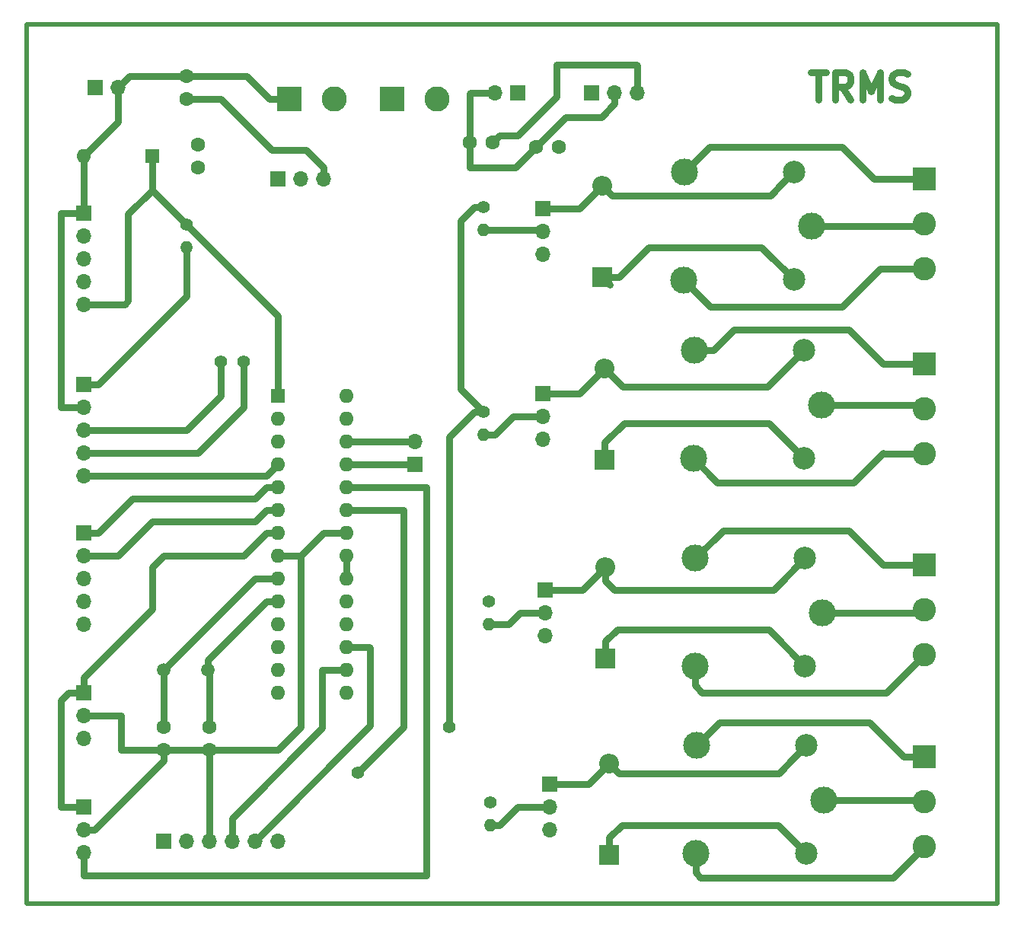
<source format=gbr>
G04 #@! TF.GenerationSoftware,KiCad,Pcbnew,(5.0.0)*
G04 #@! TF.CreationDate,2019-01-04T13:23:02+05:30*
G04 #@! TF.ProjectId,new,6E65772E6B696361645F706362000000,rev?*
G04 #@! TF.SameCoordinates,Original*
G04 #@! TF.FileFunction,Copper,L1,Top,Signal*
G04 #@! TF.FilePolarity,Positive*
%FSLAX46Y46*%
G04 Gerber Fmt 4.6, Leading zero omitted, Abs format (unit mm)*
G04 Created by KiCad (PCBNEW (5.0.0)) date 01/04/19 13:23:02*
%MOMM*%
%LPD*%
G01*
G04 APERTURE LIST*
G04 #@! TA.AperFunction,NonConductor*
%ADD10C,0.750000*%
G04 #@! TD*
G04 #@! TA.AperFunction,ComponentPad*
%ADD11C,2.800000*%
G04 #@! TD*
G04 #@! TA.AperFunction,ComponentPad*
%ADD12R,2.800000X2.800000*%
G04 #@! TD*
G04 #@! TA.AperFunction,ComponentPad*
%ADD13O,1.700000X1.700000*%
G04 #@! TD*
G04 #@! TA.AperFunction,ComponentPad*
%ADD14R,1.700000X1.700000*%
G04 #@! TD*
G04 #@! TA.AperFunction,ComponentPad*
%ADD15C,1.600000*%
G04 #@! TD*
G04 #@! TA.AperFunction,ComponentPad*
%ADD16C,1.400000*%
G04 #@! TD*
G04 #@! TA.AperFunction,ComponentPad*
%ADD17O,1.400000X1.400000*%
G04 #@! TD*
G04 #@! TA.AperFunction,ComponentPad*
%ADD18R,1.600000X1.600000*%
G04 #@! TD*
G04 #@! TA.AperFunction,ComponentPad*
%ADD19O,1.600000X1.600000*%
G04 #@! TD*
G04 #@! TA.AperFunction,ComponentPad*
%ADD20C,1.500000*%
G04 #@! TD*
G04 #@! TA.AperFunction,ComponentPad*
%ADD21O,2.200000X2.200000*%
G04 #@! TD*
G04 #@! TA.AperFunction,ComponentPad*
%ADD22R,2.200000X2.200000*%
G04 #@! TD*
G04 #@! TA.AperFunction,ComponentPad*
%ADD23C,2.600000*%
G04 #@! TD*
G04 #@! TA.AperFunction,ComponentPad*
%ADD24R,2.600000X2.600000*%
G04 #@! TD*
G04 #@! TA.AperFunction,ComponentPad*
%ADD25C,3.000000*%
G04 #@! TD*
G04 #@! TA.AperFunction,ComponentPad*
%ADD26C,2.500000*%
G04 #@! TD*
G04 #@! TA.AperFunction,ViaPad*
%ADD27C,1.400000*%
G04 #@! TD*
G04 #@! TA.AperFunction,Conductor*
%ADD28C,0.500000*%
G04 #@! TD*
G04 #@! TA.AperFunction,Conductor*
%ADD29C,0.800000*%
G04 #@! TD*
G04 APERTURE END LIST*
D10*
X163410000Y-41537142D02*
X165124285Y-41537142D01*
X164267142Y-44537142D02*
X164267142Y-41537142D01*
X167838571Y-44537142D02*
X166838571Y-43108571D01*
X166124285Y-44537142D02*
X166124285Y-41537142D01*
X167267142Y-41537142D01*
X167552857Y-41680000D01*
X167695714Y-41822857D01*
X167838571Y-42108571D01*
X167838571Y-42537142D01*
X167695714Y-42822857D01*
X167552857Y-42965714D01*
X167267142Y-43108571D01*
X166124285Y-43108571D01*
X169124285Y-44537142D02*
X169124285Y-41537142D01*
X170124285Y-43680000D01*
X171124285Y-41537142D01*
X171124285Y-44537142D01*
X172410000Y-44394285D02*
X172838571Y-44537142D01*
X173552857Y-44537142D01*
X173838571Y-44394285D01*
X173981428Y-44251428D01*
X174124285Y-43965714D01*
X174124285Y-43680000D01*
X173981428Y-43394285D01*
X173838571Y-43251428D01*
X173552857Y-43108571D01*
X172981428Y-42965714D01*
X172695714Y-42822857D01*
X172552857Y-42680000D01*
X172410000Y-42394285D01*
X172410000Y-42108571D01*
X172552857Y-41822857D01*
X172695714Y-41680000D01*
X172981428Y-41537142D01*
X173695714Y-41537142D01*
X174124285Y-41680000D01*
D11*
G04 #@! TO.P,ESC1,2*
G04 #@! TO.N,Net-(J3-Pad2)*
X121840000Y-44450000D03*
D12*
G04 #@! TO.P,ESC1,1*
G04 #@! TO.N,GND*
X116840000Y-44450000D03*
G04 #@! TD*
D11*
G04 #@! TO.P,ESC2,2*
G04 #@! TO.N,Net-(J4-Pad2)*
X110410000Y-44450000D03*
D12*
G04 #@! TO.P,ESC2,1*
G04 #@! TO.N,GND*
X105410000Y-44450000D03*
G04 #@! TD*
D13*
G04 #@! TO.P,Q4,3*
G04 #@! TO.N,Net-(BT2-Pad2)*
X134366000Y-125730000D03*
G04 #@! TO.P,Q4,2*
G04 #@! TO.N,Net-(Q4-Pad2)*
X134366000Y-123190000D03*
D14*
G04 #@! TO.P,Q4,1*
G04 #@! TO.N,Net-(D4-Pad2)*
X134366000Y-120650000D03*
G04 #@! TD*
D13*
G04 #@! TO.P,Q3,3*
G04 #@! TO.N,Net-(BT2-Pad2)*
X133858000Y-104140000D03*
G04 #@! TO.P,Q3,2*
G04 #@! TO.N,Net-(Q3-Pad2)*
X133858000Y-101600000D03*
D14*
G04 #@! TO.P,Q3,1*
G04 #@! TO.N,Net-(D3-Pad2)*
X133858000Y-99060000D03*
G04 #@! TD*
D13*
G04 #@! TO.P,Q2,3*
G04 #@! TO.N,Net-(BT2-Pad2)*
X133604000Y-82296000D03*
G04 #@! TO.P,Q2,2*
G04 #@! TO.N,Net-(Q2-Pad2)*
X133604000Y-79756000D03*
D14*
G04 #@! TO.P,Q2,1*
G04 #@! TO.N,Net-(D2-Pad2)*
X133604000Y-77216000D03*
G04 #@! TD*
D13*
G04 #@! TO.P,Q1,3*
G04 #@! TO.N,Net-(BT2-Pad2)*
X133604000Y-61722000D03*
G04 #@! TO.P,Q1,2*
G04 #@! TO.N,Net-(Q1-Pad2)*
X133604000Y-59182000D03*
D14*
G04 #@! TO.P,Q1,1*
G04 #@! TO.N,Net-(D1-Pad2)*
X133604000Y-56642000D03*
G04 #@! TD*
D13*
G04 #@! TO.P,VR2,3*
G04 #@! TO.N,Net-(C2.1-Pad1)*
X144145000Y-43815000D03*
G04 #@! TO.P,VR2,2*
G04 #@! TO.N,Net-(BT2-Pad2)*
X141605000Y-43815000D03*
D14*
G04 #@! TO.P,VR2,1*
G04 #@! TO.N,Net-(BT2-Pad1)*
X139065000Y-43815000D03*
G04 #@! TD*
D13*
G04 #@! TO.P,VR1,3*
G04 #@! TO.N,Net-(.1-Pad2)*
X109220000Y-53340000D03*
G04 #@! TO.P,VR1,2*
G04 #@! TO.N,GND*
X106680000Y-53340000D03*
D14*
G04 #@! TO.P,VR1,1*
G04 #@! TO.N,Net-(BT1-Pad1)*
X104140000Y-53340000D03*
G04 #@! TD*
D13*
G04 #@! TO.P,RPM1,3*
G04 #@! TO.N,Net-(J1-Pad3)*
X82550000Y-115570000D03*
G04 #@! TO.P,RPM1,2*
G04 #@! TO.N,GND*
X82550000Y-113030000D03*
D14*
G04 #@! TO.P,RPM1,1*
G04 #@! TO.N,Net-(.1-Pad2)*
X82550000Y-110490000D03*
G04 #@! TD*
D13*
G04 #@! TO.P,PortC1,2*
G04 #@! TO.N,Net-(PortC1-Pad2)*
X119380000Y-82550000D03*
D14*
G04 #@! TO.P,PortC1,1*
G04 #@! TO.N,Net-(PortC1-Pad1)*
X119380000Y-85090000D03*
G04 #@! TD*
D13*
G04 #@! TO.P,PortD1,5*
G04 #@! TO.N,Net-(PortD1-Pad5)*
X82550000Y-102870000D03*
G04 #@! TO.P,PortD1,4*
G04 #@! TO.N,Net-(PortD1-Pad4)*
X82550000Y-100330000D03*
G04 #@! TO.P,PortD1,3*
G04 #@! TO.N,Net-(PortD1-Pad3)*
X82550000Y-97790000D03*
G04 #@! TO.P,PortD1,2*
G04 #@! TO.N,Net-(PortD1-Pad2)*
X82550000Y-95250000D03*
D14*
G04 #@! TO.P,PortD1,1*
G04 #@! TO.N,Net-(PortD1-Pad1)*
X82550000Y-92710000D03*
G04 #@! TD*
D13*
G04 #@! TO.P,BLUETOOTH,6*
G04 #@! TO.N,Net-(J6-Pad6)*
X104140000Y-127000000D03*
G04 #@! TO.P,BLUETOOTH,5*
G04 #@! TO.N,Net-(J6-Pad5)*
X101600000Y-127000000D03*
G04 #@! TO.P,BLUETOOTH,4*
G04 #@! TO.N,Net-(J6-Pad4)*
X99060000Y-127000000D03*
G04 #@! TO.P,BLUETOOTH,3*
G04 #@! TO.N,GND*
X96520000Y-127000000D03*
G04 #@! TO.P,BLUETOOTH,2*
G04 #@! TO.N,Net-(.1-Pad2)*
X93980000Y-127000000D03*
D14*
G04 #@! TO.P,BLUETOOTH,1*
G04 #@! TO.N,Net-(J6-Pad1)*
X91440000Y-127000000D03*
G04 #@! TD*
D13*
G04 #@! TO.P,RPM2,3*
G04 #@! TO.N,Net-(J2-Pad3)*
X82550000Y-128270000D03*
G04 #@! TO.P,RPM2,2*
G04 #@! TO.N,GND*
X82550000Y-125730000D03*
D14*
G04 #@! TO.P,RPM2,1*
G04 #@! TO.N,Net-(.1-Pad2)*
X82550000Y-123190000D03*
G04 #@! TD*
D13*
G04 #@! TO.P,MPU6050,5*
G04 #@! TO.N,Net-(MPU6050-Pad5)*
X82550000Y-86360000D03*
G04 #@! TO.P,MPU6050,4*
G04 #@! TO.N,Net-(MPU6050-Pad4)*
X82550000Y-83820000D03*
G04 #@! TO.P,MPU6050,3*
G04 #@! TO.N,Net-(MPU6050-Pad3)*
X82550000Y-81280000D03*
G04 #@! TO.P,MPU6050,2*
G04 #@! TO.N,GND*
X82550000Y-78740000D03*
D14*
G04 #@! TO.P,MPU6050,1*
G04 #@! TO.N,Net-(.1-Pad2)*
X82550000Y-76200000D03*
G04 #@! TD*
D13*
G04 #@! TO.P,BATTERY1,2*
G04 #@! TO.N,GND*
X86360000Y-43180000D03*
D14*
G04 #@! TO.P,BATTERY1,1*
G04 #@! TO.N,Net-(BT1-Pad1)*
X83820000Y-43180000D03*
G04 #@! TD*
D15*
G04 #@! TO.P,C1.0,2*
G04 #@! TO.N,GND*
X95250000Y-49570000D03*
G04 #@! TO.P,C1.0,1*
G04 #@! TO.N,Net-(BT1-Pad1)*
X95250000Y-52070000D03*
G04 #@! TD*
G04 #@! TO.P,C1.1,1*
G04 #@! TO.N,Net-(.1-Pad2)*
X93980000Y-44450000D03*
G04 #@! TO.P,C1.1,2*
G04 #@! TO.N,GND*
X93980000Y-41950000D03*
G04 #@! TD*
G04 #@! TO.P,C3,2*
G04 #@! TO.N,Net-(C3-Pad2)*
X91440000Y-114340000D03*
G04 #@! TO.P,C3,1*
G04 #@! TO.N,GND*
X91440000Y-116840000D03*
G04 #@! TD*
G04 #@! TO.P,C4,1*
G04 #@! TO.N,GND*
X96520000Y-116840000D03*
G04 #@! TO.P,C4,2*
G04 #@! TO.N,Net-(C4-Pad2)*
X96520000Y-114340000D03*
G04 #@! TD*
D16*
G04 #@! TO.P,R1,1*
G04 #@! TO.N,Net-(.1-Pad5)*
X93980000Y-58420000D03*
D17*
G04 #@! TO.P,R1,2*
G04 #@! TO.N,Net-(.1-Pad2)*
X93980000Y-60960000D03*
G04 #@! TD*
D18*
G04 #@! TO.P,RESET,1*
G04 #@! TO.N,Net-(.1-Pad5)*
X90170000Y-50800000D03*
D19*
G04 #@! TO.P,RESET,2*
G04 #@! TO.N,GND*
X82550000Y-50800000D03*
G04 #@! TD*
D18*
G04 #@! TO.P,U2,1*
G04 #@! TO.N,Net-(.1-Pad5)*
X104140000Y-77470000D03*
D19*
G04 #@! TO.P,U2,15*
G04 #@! TO.N,Net-(R33-Pad1)*
X111760000Y-110490000D03*
G04 #@! TO.P,U2,2*
G04 #@! TO.N,Net-(.1-Pad3)*
X104140000Y-80010000D03*
G04 #@! TO.P,U2,16*
G04 #@! TO.N,Net-(J6-Pad4)*
X111760000Y-107950000D03*
G04 #@! TO.P,U2,3*
G04 #@! TO.N,Net-(.1-Pad4)*
X104140000Y-82550000D03*
G04 #@! TO.P,U2,17*
G04 #@! TO.N,Net-(J6-Pad5)*
X111760000Y-105410000D03*
G04 #@! TO.P,U2,4*
G04 #@! TO.N,Net-(MPU6050-Pad5)*
X104140000Y-85090000D03*
G04 #@! TO.P,U2,18*
G04 #@! TO.N,Net-(J3-Pad2)*
X111760000Y-102870000D03*
G04 #@! TO.P,U2,5*
G04 #@! TO.N,Net-(PortD1-Pad1)*
X104140000Y-87630000D03*
G04 #@! TO.P,U2,19*
G04 #@! TO.N,Net-(J4-Pad2)*
X111760000Y-100330000D03*
G04 #@! TO.P,U2,6*
G04 #@! TO.N,Net-(PortD1-Pad2)*
X104140000Y-90170000D03*
G04 #@! TO.P,U2,20*
G04 #@! TO.N,Net-(.1-Pad2)*
X111760000Y-97790000D03*
G04 #@! TO.P,U2,7*
X104140000Y-92710000D03*
G04 #@! TO.P,U2,21*
X111760000Y-95250000D03*
G04 #@! TO.P,U2,8*
G04 #@! TO.N,GND*
X104140000Y-95250000D03*
G04 #@! TO.P,U2,22*
X111760000Y-92710000D03*
G04 #@! TO.P,U2,9*
G04 #@! TO.N,Net-(C3-Pad2)*
X104140000Y-97790000D03*
G04 #@! TO.P,U2,23*
G04 #@! TO.N,Net-(J1-Pad3)*
X111760000Y-90170000D03*
G04 #@! TO.P,U2,10*
G04 #@! TO.N,Net-(C4-Pad2)*
X104140000Y-100330000D03*
G04 #@! TO.P,U2,24*
G04 #@! TO.N,Net-(J2-Pad3)*
X111760000Y-87630000D03*
G04 #@! TO.P,U2,11*
G04 #@! TO.N,Net-(PortD1-Pad3)*
X104140000Y-102870000D03*
G04 #@! TO.P,U2,25*
G04 #@! TO.N,Net-(PortC1-Pad1)*
X111760000Y-85090000D03*
G04 #@! TO.P,U2,12*
G04 #@! TO.N,Net-(PortD1-Pad4)*
X104140000Y-105410000D03*
G04 #@! TO.P,U2,26*
G04 #@! TO.N,Net-(PortC1-Pad2)*
X111760000Y-82550000D03*
G04 #@! TO.P,U2,13*
G04 #@! TO.N,Net-(PortD1-Pad5)*
X104140000Y-107950000D03*
G04 #@! TO.P,U2,27*
G04 #@! TO.N,Net-(MPU6050-Pad4)*
X111760000Y-80010000D03*
G04 #@! TO.P,U2,14*
G04 #@! TO.N,Net-(R11-Pad1)*
X104140000Y-110490000D03*
G04 #@! TO.P,U2,28*
G04 #@! TO.N,Net-(MPU6050-Pad3)*
X111760000Y-77470000D03*
G04 #@! TD*
D20*
G04 #@! TO.P,Y1,1*
G04 #@! TO.N,Net-(C3-Pad2)*
X91440000Y-107950000D03*
G04 #@! TO.P,Y1,2*
G04 #@! TO.N,Net-(C4-Pad2)*
X96340000Y-107950000D03*
G04 #@! TD*
D14*
G04 #@! TO.P,USB,1*
G04 #@! TO.N,GND*
X82550000Y-57150000D03*
D13*
G04 #@! TO.P,USB,2*
G04 #@! TO.N,Net-(.1-Pad2)*
X82550000Y-59690000D03*
G04 #@! TO.P,USB,3*
G04 #@! TO.N,Net-(.1-Pad3)*
X82550000Y-62230000D03*
G04 #@! TO.P,USB,4*
G04 #@! TO.N,Net-(.1-Pad4)*
X82550000Y-64770000D03*
G04 #@! TO.P,USB,5*
G04 #@! TO.N,Net-(.1-Pad5)*
X82550000Y-67310000D03*
G04 #@! TD*
D14*
G04 #@! TO.P,BATTERY2,1*
G04 #@! TO.N,Net-(BT2-Pad1)*
X130810000Y-43815000D03*
D13*
G04 #@! TO.P,BATTERY2,2*
G04 #@! TO.N,Net-(BT2-Pad2)*
X128270000Y-43815000D03*
G04 #@! TD*
D15*
G04 #@! TO.P,C2.1,2*
G04 #@! TO.N,Net-(BT2-Pad2)*
X125494897Y-49354250D03*
G04 #@! TO.P,C2.1,1*
G04 #@! TO.N,Net-(C2.1-Pad1)*
X127994897Y-49354250D03*
G04 #@! TD*
G04 #@! TO.P,C2.0,1*
G04 #@! TO.N,Net-(BT2-Pad1)*
X135382000Y-49784000D03*
G04 #@! TO.P,C2.0,2*
G04 #@! TO.N,Net-(BT2-Pad2)*
X132882000Y-49784000D03*
G04 #@! TD*
D21*
G04 #@! TO.P,D1,2*
G04 #@! TO.N,Net-(D1-Pad2)*
X140208000Y-54102000D03*
D22*
G04 #@! TO.P,D1,1*
G04 #@! TO.N,Net-(C2.1-Pad1)*
X140208000Y-64262000D03*
G04 #@! TD*
G04 #@! TO.P,D2,1*
G04 #@! TO.N,Net-(C2.1-Pad1)*
X140462000Y-84582000D03*
D21*
G04 #@! TO.P,D2,2*
G04 #@! TO.N,Net-(D2-Pad2)*
X140462000Y-74422000D03*
G04 #@! TD*
G04 #@! TO.P,D3,2*
G04 #@! TO.N,Net-(D3-Pad2)*
X140589000Y-96520000D03*
D22*
G04 #@! TO.P,D3,1*
G04 #@! TO.N,Net-(C2.1-Pad1)*
X140589000Y-106680000D03*
G04 #@! TD*
G04 #@! TO.P,D4,1*
G04 #@! TO.N,Net-(C2.1-Pad1)*
X140970000Y-128524000D03*
D21*
G04 #@! TO.P,D4,2*
G04 #@! TO.N,Net-(D4-Pad2)*
X140970000Y-118364000D03*
G04 #@! TD*
D23*
G04 #@! TO.P,TERMINAL1,3*
G04 #@! TO.N,Net-(J5-Pad3)*
X176022000Y-63340000D03*
G04 #@! TO.P,TERMINAL1,2*
G04 #@! TO.N,Net-(J5-Pad2)*
X176022000Y-58340000D03*
D24*
G04 #@! TO.P,TERMINAL1,1*
G04 #@! TO.N,Net-(J5-Pad1)*
X176022000Y-53340000D03*
G04 #@! TD*
G04 #@! TO.P,TERMINAL2,1*
G04 #@! TO.N,Net-(J7-Pad1)*
X176022000Y-73914000D03*
D23*
G04 #@! TO.P,TERMINAL2,2*
G04 #@! TO.N,Net-(J7-Pad2)*
X176022000Y-78914000D03*
G04 #@! TO.P,TERMINAL2,3*
G04 #@! TO.N,Net-(J7-Pad3)*
X176022000Y-83914000D03*
G04 #@! TD*
G04 #@! TO.P,TERMINAL3,3*
G04 #@! TO.N,Net-(J8-Pad3)*
X176022000Y-106266000D03*
G04 #@! TO.P,TERMINAL3,2*
G04 #@! TO.N,Net-(J8-Pad2)*
X176022000Y-101266000D03*
D24*
G04 #@! TO.P,TERMINAL3,1*
G04 #@! TO.N,Net-(J8-Pad1)*
X176022000Y-96266000D03*
G04 #@! TD*
G04 #@! TO.P,TERMINAL4,1*
G04 #@! TO.N,Net-(J9-Pad1)*
X176022000Y-117602000D03*
D23*
G04 #@! TO.P,TERMINAL4,2*
G04 #@! TO.N,Net-(J9-Pad2)*
X176022000Y-122602000D03*
G04 #@! TO.P,TERMINAL4,3*
G04 #@! TO.N,Net-(J9-Pad3)*
X176022000Y-127602000D03*
G04 #@! TD*
D25*
G04 #@! TO.P,RELAY1,1*
G04 #@! TO.N,Net-(J5-Pad2)*
X163502000Y-58628000D03*
D26*
G04 #@! TO.P,RELAY1,5*
G04 #@! TO.N,Net-(C2.1-Pad1)*
X161552000Y-64578000D03*
D25*
G04 #@! TO.P,RELAY1,4*
G04 #@! TO.N,Net-(J5-Pad3)*
X149302000Y-64628000D03*
G04 #@! TO.P,RELAY1,3*
G04 #@! TO.N,Net-(J5-Pad1)*
X149352000Y-52578000D03*
D26*
G04 #@! TO.P,RELAY1,2*
G04 #@! TO.N,Net-(D1-Pad2)*
X161552000Y-52578000D03*
G04 #@! TD*
D25*
G04 #@! TO.P,RELAY2,1*
G04 #@! TO.N,Net-(J7-Pad2)*
X164592000Y-78486000D03*
D26*
G04 #@! TO.P,RELAY2,5*
G04 #@! TO.N,Net-(C2.1-Pad1)*
X162642000Y-84436000D03*
D25*
G04 #@! TO.P,RELAY2,4*
G04 #@! TO.N,Net-(J7-Pad3)*
X150392000Y-84486000D03*
G04 #@! TO.P,RELAY2,3*
G04 #@! TO.N,Net-(J7-Pad1)*
X150442000Y-72436000D03*
D26*
G04 #@! TO.P,RELAY2,2*
G04 #@! TO.N,Net-(D2-Pad2)*
X162642000Y-72436000D03*
G04 #@! TD*
G04 #@! TO.P,RELAY3,2*
G04 #@! TO.N,Net-(D3-Pad2)*
X162769000Y-95550000D03*
D25*
G04 #@! TO.P,RELAY3,3*
G04 #@! TO.N,Net-(J8-Pad1)*
X150569000Y-95550000D03*
G04 #@! TO.P,RELAY3,4*
G04 #@! TO.N,Net-(J8-Pad3)*
X150519000Y-107600000D03*
D26*
G04 #@! TO.P,RELAY3,5*
G04 #@! TO.N,Net-(C2.1-Pad1)*
X162769000Y-107550000D03*
D25*
G04 #@! TO.P,RELAY3,1*
G04 #@! TO.N,Net-(J8-Pad2)*
X164719000Y-101600000D03*
G04 #@! TD*
D26*
G04 #@! TO.P,RELAY4,2*
G04 #@! TO.N,Net-(D4-Pad2)*
X162896000Y-116378000D03*
D25*
G04 #@! TO.P,RELAY4,3*
G04 #@! TO.N,Net-(J9-Pad1)*
X150696000Y-116378000D03*
G04 #@! TO.P,RELAY4,4*
G04 #@! TO.N,Net-(J9-Pad3)*
X150646000Y-128428000D03*
D26*
G04 #@! TO.P,RELAY4,5*
G04 #@! TO.N,Net-(C2.1-Pad1)*
X162896000Y-128378000D03*
D25*
G04 #@! TO.P,RELAY4,1*
G04 #@! TO.N,Net-(J9-Pad2)*
X164846000Y-122428000D03*
G04 #@! TD*
D16*
G04 #@! TO.P,R11,1*
G04 #@! TO.N,Net-(R11-Pad1)*
X127000000Y-56515000D03*
D17*
G04 #@! TO.P,R11,2*
G04 #@! TO.N,Net-(Q1-Pad2)*
X127000000Y-59055000D03*
G04 #@! TD*
D16*
G04 #@! TO.P,R22,1*
G04 #@! TO.N,Net-(R11-Pad1)*
X127000000Y-79248000D03*
D17*
G04 #@! TO.P,R22,2*
G04 #@! TO.N,Net-(Q2-Pad2)*
X127000000Y-81788000D03*
G04 #@! TD*
G04 #@! TO.P,R33,2*
G04 #@! TO.N,Net-(Q3-Pad2)*
X127635000Y-102870000D03*
D16*
G04 #@! TO.P,R33,1*
G04 #@! TO.N,Net-(R33-Pad1)*
X127635000Y-100330000D03*
G04 #@! TD*
D17*
G04 #@! TO.P,R44,2*
G04 #@! TO.N,Net-(Q4-Pad2)*
X127762000Y-125222000D03*
D16*
G04 #@! TO.P,R44,1*
G04 #@! TO.N,Net-(R33-Pad1)*
X127762000Y-122682000D03*
G04 #@! TD*
D27*
G04 #@! TO.N,Net-(J1-Pad3)*
X113030000Y-119380000D03*
G04 #@! TO.N,Net-(MPU6050-Pad4)*
X100330000Y-73660000D03*
G04 #@! TO.N,Net-(MPU6050-Pad3)*
X97790000Y-73660000D03*
G04 #@! TO.N,Net-(R11-Pad1)*
X123190000Y-114300000D03*
G04 #@! TD*
D28*
G04 #@! TO.N,*
X76200000Y-36195000D02*
X184150000Y-36195000D01*
X76200000Y-133985000D02*
X76200000Y-36195000D01*
X184150000Y-36195000D02*
X184150000Y-133985000D01*
X184150000Y-133985000D02*
X76200000Y-133985000D01*
D29*
G04 #@! TO.N,GND*
X91440000Y-116840000D02*
X96520000Y-116840000D01*
X86360000Y-46990000D02*
X86360000Y-43180000D01*
X82550000Y-50800000D02*
X86360000Y-46990000D01*
X82550000Y-50800000D02*
X82550000Y-57150000D01*
X82550000Y-57150000D02*
X80900000Y-57150000D01*
X80900000Y-57150000D02*
X80010000Y-57150000D01*
X82550000Y-78740000D02*
X80010000Y-78740000D01*
X80010000Y-77470000D02*
X80010000Y-78740000D01*
X80010000Y-57150000D02*
X80010000Y-77470000D01*
X104140000Y-95250000D02*
X106680000Y-95250000D01*
X106680000Y-95250000D02*
X109220000Y-92710000D01*
X109220000Y-92710000D02*
X111760000Y-92710000D01*
X91440000Y-118042081D02*
X91440000Y-117971370D01*
X83752081Y-125730000D02*
X91440000Y-118042081D01*
X91440000Y-117971370D02*
X91440000Y-116840000D01*
X82550000Y-125730000D02*
X83752081Y-125730000D01*
X96520000Y-127000000D02*
X96520000Y-116840000D01*
X106680000Y-99060000D02*
X106680000Y-95250000D01*
X106680000Y-114300000D02*
X106680000Y-99060000D01*
X104140000Y-116840000D02*
X106680000Y-114300000D01*
X96520000Y-116840000D02*
X104140000Y-116840000D01*
X82550000Y-113030000D02*
X86741000Y-113030000D01*
X86741000Y-113030000D02*
X86741000Y-116840000D01*
X86741000Y-116840000D02*
X91440000Y-116840000D01*
X87590000Y-41950000D02*
X86360000Y-43180000D01*
X93980000Y-41950000D02*
X87590000Y-41950000D01*
X95111370Y-41950000D02*
X93980000Y-41950000D01*
X100710000Y-41950000D02*
X95111370Y-41950000D01*
X103210000Y-44450000D02*
X100710000Y-41950000D01*
X105410000Y-44450000D02*
X103210000Y-44450000D01*
G04 #@! TO.N,Net-(BT2-Pad2)*
X128270000Y-43815000D02*
X125603000Y-43815000D01*
X125494897Y-43923103D02*
X125494897Y-49354250D01*
X125603000Y-43815000D02*
X125494897Y-43923103D01*
X125494897Y-50485620D02*
X125476000Y-50504517D01*
X125494897Y-49354250D02*
X125494897Y-50485620D01*
X125476000Y-50504517D02*
X125476000Y-52070000D01*
X130596000Y-52070000D02*
X132882000Y-49784000D01*
X125476000Y-52070000D02*
X130596000Y-52070000D01*
X132882000Y-49784000D02*
X136184000Y-46482000D01*
X141605000Y-45017081D02*
X141605000Y-43815000D01*
X140140081Y-46482000D02*
X141605000Y-45017081D01*
X136184000Y-46482000D02*
X140140081Y-46482000D01*
G04 #@! TO.N,Net-(.1-Pad2)*
X93980000Y-44450000D02*
X97790000Y-44450000D01*
X100330000Y-95250000D02*
X102870000Y-92710000D01*
X91440000Y-95250000D02*
X100330000Y-95250000D01*
X90170000Y-96520000D02*
X91440000Y-95250000D01*
X90170000Y-101220000D02*
X90170000Y-96520000D01*
X82550000Y-108840000D02*
X90170000Y-101220000D01*
X102870000Y-92710000D02*
X104140000Y-92710000D01*
X82550000Y-110490000D02*
X82550000Y-108840000D01*
X80010000Y-123190000D02*
X82550000Y-123190000D01*
X80010000Y-111380000D02*
X80010000Y-123190000D01*
X80900000Y-110490000D02*
X80010000Y-111380000D01*
X82550000Y-110490000D02*
X80900000Y-110490000D01*
X93980000Y-61949949D02*
X93980000Y-60960000D01*
X93980000Y-66420000D02*
X93980000Y-61949949D01*
X84200000Y-76200000D02*
X93980000Y-66420000D01*
X82550000Y-76200000D02*
X84200000Y-76200000D01*
X109220000Y-52137919D02*
X107247081Y-50165000D01*
X109220000Y-53340000D02*
X109220000Y-52137919D01*
X103505000Y-50165000D02*
X97790000Y-44450000D01*
X107247081Y-50165000D02*
X103505000Y-50165000D01*
X111760000Y-95250000D02*
X111760000Y-97790000D01*
G04 #@! TO.N,Net-(C2.1-Pad1)*
X144145000Y-40767000D02*
X144145000Y-43815000D01*
X128794896Y-48554251D02*
X130769749Y-48554251D01*
X127994897Y-49354250D02*
X128794896Y-48554251D01*
X130769749Y-48554251D02*
X135128000Y-44196000D01*
X135128000Y-44196000D02*
X135128000Y-40640000D01*
X135128000Y-40640000D02*
X144018000Y-40640000D01*
X144018000Y-40640000D02*
X144145000Y-40767000D01*
X142108000Y-64262000D02*
X145410000Y-60960000D01*
X140208000Y-64262000D02*
X142108000Y-64262000D01*
X157934000Y-60960000D02*
X161552000Y-64578000D01*
X145410000Y-60960000D02*
X157934000Y-60960000D01*
X159740000Y-125222000D02*
X162896000Y-128378000D01*
X142372000Y-125222000D02*
X159740000Y-125222000D01*
X140970000Y-128524000D02*
X140970000Y-126624000D01*
X140970000Y-126624000D02*
X142372000Y-125222000D01*
X141097000Y-65151000D02*
X140208000Y-64262000D01*
X140462000Y-82682000D02*
X142626000Y-80518000D01*
X140462000Y-84582000D02*
X140462000Y-82682000D01*
X158724000Y-80518000D02*
X162642000Y-84436000D01*
X142626000Y-80518000D02*
X158724000Y-80518000D01*
X140589000Y-104780000D02*
X141864000Y-103505000D01*
X140589000Y-106680000D02*
X140589000Y-104780000D01*
X158724000Y-103505000D02*
X162769000Y-107550000D01*
X141864000Y-103505000D02*
X158724000Y-103505000D01*
G04 #@! TO.N,Net-(C3-Pad2)*
X101600000Y-97790000D02*
X104140000Y-97790000D01*
X91440000Y-107950000D02*
X101600000Y-97790000D01*
X91440000Y-114340000D02*
X91440000Y-107950000D01*
G04 #@! TO.N,Net-(C4-Pad2)*
X96340000Y-107950000D02*
X96340000Y-106860000D01*
X102870000Y-100330000D02*
X104140000Y-100330000D01*
X96340000Y-106860000D02*
X102870000Y-100330000D01*
X96520000Y-108130000D02*
X96340000Y-107950000D01*
X96520000Y-114340000D02*
X96520000Y-108130000D01*
G04 #@! TO.N,Net-(D1-Pad2)*
X137668000Y-56642000D02*
X140208000Y-54102000D01*
X133604000Y-56642000D02*
X137668000Y-56642000D01*
X160302001Y-53827999D02*
X161552000Y-52578000D01*
X158928001Y-55201999D02*
X160302001Y-53827999D01*
X141307999Y-55201999D02*
X158928001Y-55201999D01*
X140208000Y-54102000D02*
X141307999Y-55201999D01*
G04 #@! TO.N,Net-(D2-Pad2)*
X142494000Y-76454000D02*
X140462000Y-74422000D01*
X162642000Y-72436000D02*
X158624000Y-76454000D01*
X158624000Y-76454000D02*
X142494000Y-76454000D01*
X137668000Y-77216000D02*
X140462000Y-74422000D01*
X133604000Y-77216000D02*
X137668000Y-77216000D01*
G04 #@! TO.N,Net-(D3-Pad2)*
X140589000Y-98075634D02*
X141573366Y-99060000D01*
X140589000Y-96520000D02*
X140589000Y-98075634D01*
X159259000Y-99060000D02*
X162769000Y-95550000D01*
X141573366Y-99060000D02*
X159259000Y-99060000D01*
X138049000Y-99060000D02*
X140589000Y-96520000D01*
X133858000Y-99060000D02*
X138049000Y-99060000D01*
G04 #@! TO.N,Net-(D4-Pad2)*
X161646001Y-117627999D02*
X162896000Y-116378000D01*
X159810001Y-119463999D02*
X161646001Y-117627999D01*
X142069999Y-119463999D02*
X159810001Y-119463999D01*
X140970000Y-118364000D02*
X142069999Y-119463999D01*
X138684000Y-120650000D02*
X140970000Y-118364000D01*
X134366000Y-120650000D02*
X138684000Y-120650000D01*
G04 #@! TO.N,Net-(J1-Pad3)*
X113030000Y-119380000D02*
X118110000Y-114300000D01*
X118110000Y-114300000D02*
X118110000Y-90170000D01*
X118110000Y-90170000D02*
X111760000Y-90170000D01*
G04 #@! TO.N,Net-(J2-Pad3)*
X82550000Y-128270000D02*
X82550000Y-130810000D01*
X120650000Y-130810000D02*
X107442000Y-130810000D01*
X111760000Y-87630000D02*
X120650000Y-87630000D01*
X107442000Y-130810000D02*
X108077000Y-130810000D01*
X120650000Y-87630000D02*
X120650000Y-130810000D01*
X82550000Y-130810000D02*
X107442000Y-130810000D01*
G04 #@! TO.N,Net-(J5-Pad1)*
X170434000Y-53340000D02*
X176022000Y-53340000D01*
X166878000Y-49784000D02*
X170434000Y-53340000D01*
X149352000Y-52578000D02*
X152146000Y-49784000D01*
X152146000Y-49784000D02*
X166878000Y-49784000D01*
G04 #@! TO.N,Net-(J5-Pad2)*
X175734000Y-58628000D02*
X176022000Y-58340000D01*
X163502000Y-58628000D02*
X175734000Y-58628000D01*
G04 #@! TO.N,Net-(J5-Pad3)*
X171102000Y-63340000D02*
X176022000Y-63340000D01*
X166878000Y-67564000D02*
X171102000Y-63340000D01*
X149302000Y-64628000D02*
X152238000Y-67564000D01*
X152238000Y-67564000D02*
X166878000Y-67564000D01*
G04 #@! TO.N,Net-(J6-Pad4)*
X99060000Y-124460000D02*
X99060000Y-127000000D01*
X109093000Y-107950000D02*
X109093000Y-114427000D01*
X109093000Y-114427000D02*
X99060000Y-124460000D01*
X111760000Y-107950000D02*
X109093000Y-107950000D01*
G04 #@! TO.N,Net-(J6-Pad5)*
X114427000Y-114173000D02*
X101600000Y-127000000D01*
X114427000Y-105537000D02*
X114427000Y-114173000D01*
X114300000Y-105410000D02*
X114427000Y-105537000D01*
X111760000Y-105410000D02*
X114300000Y-105410000D01*
G04 #@! TO.N,Net-(J7-Pad3)*
X171544000Y-83914000D02*
X176022000Y-83914000D01*
X171450000Y-83820000D02*
X171544000Y-83914000D01*
X168148000Y-87122000D02*
X171450000Y-83820000D01*
X150392000Y-84486000D02*
X153028000Y-87122000D01*
X153028000Y-87122000D02*
X168148000Y-87122000D01*
G04 #@! TO.N,Net-(J7-Pad2)*
X175594000Y-78486000D02*
X176022000Y-78914000D01*
X164592000Y-78486000D02*
X175594000Y-78486000D01*
G04 #@! TO.N,Net-(J7-Pad1)*
X152563320Y-72436000D02*
X154895320Y-70104000D01*
X150442000Y-72436000D02*
X152563320Y-72436000D01*
X154895320Y-70104000D02*
X167640000Y-70104000D01*
X171450000Y-73914000D02*
X176022000Y-73914000D01*
X167640000Y-70104000D02*
X171450000Y-73914000D01*
G04 #@! TO.N,Net-(J8-Pad1)*
X150569000Y-95550000D02*
X153663000Y-92456000D01*
X153663000Y-92456000D02*
X167640000Y-92456000D01*
X171450000Y-96266000D02*
X176022000Y-96266000D01*
X167640000Y-92456000D02*
X171450000Y-96266000D01*
G04 #@! TO.N,Net-(J8-Pad2)*
X175688000Y-101600000D02*
X176022000Y-101266000D01*
X164719000Y-101600000D02*
X175688000Y-101600000D01*
G04 #@! TO.N,Net-(J8-Pad3)*
X171798000Y-110490000D02*
X176022000Y-106266000D01*
X151287680Y-110490000D02*
X171798000Y-110490000D01*
X150519000Y-107600000D02*
X150519000Y-109721320D01*
X150519000Y-109721320D02*
X151287680Y-110490000D01*
G04 #@! TO.N,Net-(J9-Pad3)*
X172560000Y-131064000D02*
X176022000Y-127602000D01*
X151160680Y-131064000D02*
X172560000Y-131064000D01*
X150646000Y-128428000D02*
X150646000Y-130549320D01*
X150646000Y-130549320D02*
X151160680Y-131064000D01*
G04 #@! TO.N,Net-(J9-Pad2)*
X175848000Y-122428000D02*
X176022000Y-122602000D01*
X164846000Y-122428000D02*
X175848000Y-122428000D01*
G04 #@! TO.N,Net-(J9-Pad1)*
X150696000Y-116378000D02*
X153282000Y-113792000D01*
X153282000Y-113792000D02*
X169926000Y-113792000D01*
X173736000Y-117602000D02*
X176022000Y-117602000D01*
X169926000Y-113792000D02*
X173736000Y-117602000D01*
G04 #@! TO.N,Net-(MPU6050-Pad5)*
X102870000Y-86360000D02*
X104140000Y-85090000D01*
X82550000Y-86360000D02*
X102870000Y-86360000D01*
G04 #@! TO.N,Net-(MPU6050-Pad4)*
X82550000Y-83820000D02*
X95250000Y-83820000D01*
X95250000Y-83820000D02*
X100330000Y-78740000D01*
X100330000Y-78740000D02*
X100330000Y-76200000D01*
X100330000Y-76200000D02*
X100330000Y-73660000D01*
X100330000Y-73660000D02*
X100330000Y-73660000D01*
G04 #@! TO.N,Net-(MPU6050-Pad3)*
X82550000Y-81280000D02*
X93980000Y-81280000D01*
X93980000Y-81280000D02*
X96520000Y-78740000D01*
X96520000Y-78740000D02*
X97790000Y-77470000D01*
X97790000Y-77470000D02*
X97790000Y-77325773D01*
X97790000Y-77325773D02*
X97790000Y-73660000D01*
X97790000Y-73660000D02*
X97790000Y-73660000D01*
G04 #@! TO.N,Net-(PortC1-Pad1)*
X111760000Y-85090000D02*
X119380000Y-85090000D01*
G04 #@! TO.N,Net-(PortC1-Pad2)*
X111760000Y-82550000D02*
X119380000Y-82550000D01*
G04 #@! TO.N,Net-(PortD1-Pad1)*
X84200000Y-92710000D02*
X88010000Y-88900000D01*
X82550000Y-92710000D02*
X84200000Y-92710000D01*
X88010000Y-88900000D02*
X101600000Y-88900000D01*
X101600000Y-88900000D02*
X102870000Y-87630000D01*
X102870000Y-87630000D02*
X104140000Y-87630000D01*
G04 #@! TO.N,Net-(PortD1-Pad2)*
X82550000Y-95250000D02*
X86360000Y-95250000D01*
X86360000Y-95250000D02*
X90170000Y-91440000D01*
X90170000Y-91440000D02*
X101600000Y-91440000D01*
X101600000Y-91440000D02*
X102870000Y-90170000D01*
X102870000Y-90170000D02*
X104140000Y-90170000D01*
G04 #@! TO.N,Net-(Q1-Pad2)*
X133477000Y-59055000D02*
X133604000Y-59182000D01*
X127000000Y-59055000D02*
X133477000Y-59055000D01*
G04 #@! TO.N,Net-(Q2-Pad2)*
X130302000Y-79756000D02*
X133604000Y-79756000D01*
X127000000Y-81788000D02*
X128270000Y-81788000D01*
X128270000Y-81788000D02*
X130302000Y-79756000D01*
G04 #@! TO.N,Net-(Q3-Pad2)*
X127635000Y-102870000D02*
X129794000Y-102870000D01*
X131064000Y-101600000D02*
X133858000Y-101600000D01*
X129794000Y-102870000D02*
X131064000Y-101600000D01*
G04 #@! TO.N,Net-(Q4-Pad2)*
X127762000Y-125222000D02*
X128778000Y-125222000D01*
X128778000Y-125222000D02*
X130810000Y-123190000D01*
X130810000Y-123190000D02*
X134366000Y-123190000D01*
G04 #@! TO.N,Net-(.1-Pad5)*
X104140000Y-68580000D02*
X104140000Y-77470000D01*
X93980000Y-58420000D02*
X104140000Y-68580000D01*
X90170000Y-54610000D02*
X93980000Y-58420000D01*
X90170000Y-50800000D02*
X90170000Y-54610000D01*
X87503000Y-66929000D02*
X87503000Y-57277000D01*
X87503000Y-57277000D02*
X90170000Y-54610000D01*
X87122000Y-67310000D02*
X87503000Y-66929000D01*
X82550000Y-67310000D02*
X87122000Y-67310000D01*
G04 #@! TO.N,Net-(R11-Pad1)*
X123190000Y-113734315D02*
X123190000Y-114300000D01*
X123190000Y-82068051D02*
X123190000Y-113734315D01*
X126010051Y-79248000D02*
X123190000Y-82068051D01*
X127000000Y-79248000D02*
X126010051Y-79248000D01*
X124460000Y-76708000D02*
X127000000Y-79248000D01*
X124460000Y-58065051D02*
X124460000Y-76708000D01*
X127000000Y-56515000D02*
X126010051Y-56515000D01*
X126010051Y-56515000D02*
X124460000Y-58065051D01*
G04 #@! TD*
M02*

</source>
